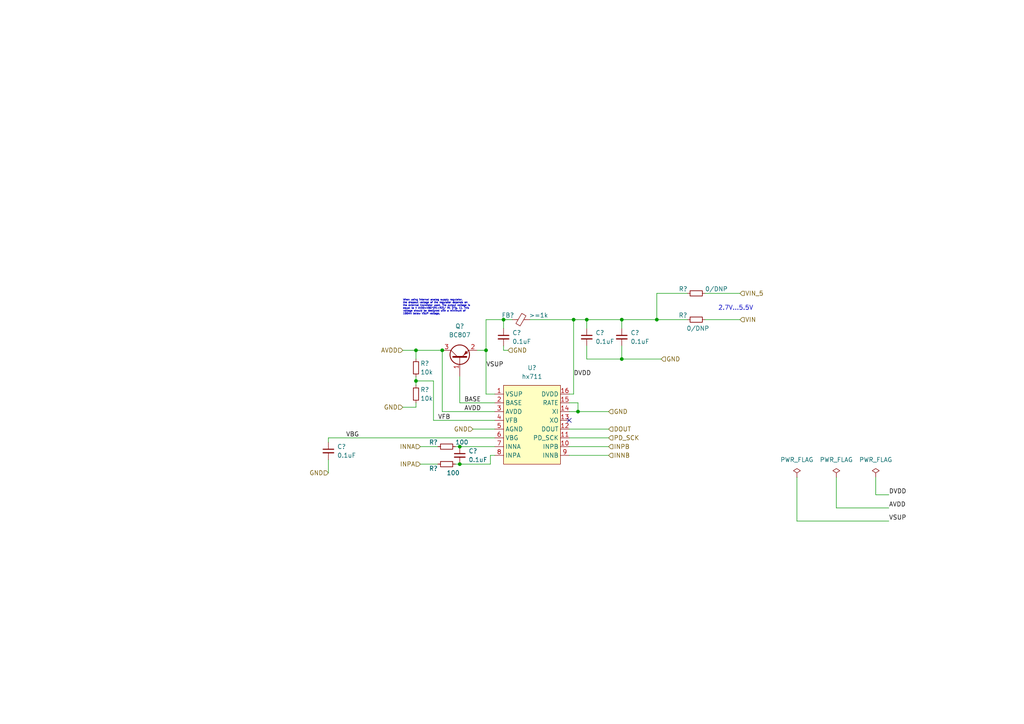
<source format=kicad_sch>
(kicad_sch (version 20211123) (generator eeschema)
  (paper "A4")
  (lib_symbols
    (symbol "Device:C_Small" (pin_numbers hide) (pin_names (offset 0.254) hide)
      (property "Reference" "C" (at 0.254 1.778 0))
      (property "Value" "C_Small" (at 0.254 -2.032 0))
      (symbol "C_Small_0_1"
        (polyline (pts (xy -1.524 -0.508) (xy 1.524 -0.508)) (stroke (width 0.3302)))
        (polyline (pts (xy -1.524 0.508) (xy 1.524 0.508)) (stroke (width 0.3048)))
      )
      (symbol "C_Small_1_1"
        (pin passive line (at 0 2.54 270) (length 2.032) (name "~") (number "1"))
        (pin passive line (at 0 -2.54 90) (length 2.032) (name "~") (number "2"))
      )
    )
    (symbol "Device:FerriteBead_Small" (pin_numbers hide) (pin_names (offset 0))
      (property "Reference" "FB" (at 1.905 1.27 0))
      (property "Value" "FerriteBead_Small" (at 1.905 -1.27 0))
      (symbol "FerriteBead_Small_0_1"
        (polyline (pts (xy 0 -1.27) (xy 0 -0.7874)))
        (polyline (pts (xy 0 0.889) (xy 0 1.2954)))
        (polyline (pts (xy -1.8288 0.2794) (xy -1.1176 1.4986) (xy 1.8288 -0.2032) (xy 1.1176 -1.4224) (xy -1.8288 0.2794)))
      )
      (symbol "FerriteBead_Small_1_1"
        (pin passive line (at 0 2.54 270) (length 1.27) (name "~") (number "1"))
        (pin passive line (at 0 -2.54 90) (length 1.27) (name "~") (number "2"))
      )
    )
    (symbol "Device:R_Small" (pin_numbers hide) (pin_names (offset 0.254) hide)
      (property "Reference" "R" (at 0.762 0.508 0))
      (property "Value" "R_Small" (at 0.762 -1.016 0))
      (symbol "R_Small_0_1"
        (rectangle (start -0.762 1.778) (end 0.762 -1.778) (stroke (width 0.2032)))
      )
      (symbol "R_Small_1_1"
        (pin passive line (at 0 2.54 270) (length 0.762) (name "~") (number "1"))
        (pin passive line (at 0 -2.54 90) (length 0.762) (name "~") (number "2"))
      )
    )
    (symbol "Transistor_BJT:BC807" (pin_names (offset 0) hide)
      (property "Reference" "Q" (at 5.08 1.905 0))
      (property "Value" "BC807" (at 5.08 0 0))
      (symbol "BC807_0_1"
        (polyline (pts (xy 0.635 0.635) (xy 2.54 2.54)))
        (polyline (pts (xy 0.635 -0.635) (xy 2.54 -2.54) (xy 2.54 -2.54)))
        (polyline (pts (xy 0.635 1.905) (xy 0.635 -1.905) (xy 0.635 -1.905)) (stroke (width 0.508)))
        (polyline (pts (xy 2.286 -1.778) (xy 1.778 -2.286) (xy 1.27 -1.27) (xy 2.286 -1.778) (xy 2.286 -1.778)) (fill (type outline)))
        (circle (center 1.27 0) (radius 2.8194) (stroke (width 0.254)))
      )
      (symbol "BC807_1_1"
        (pin input line (at -5.08 0 0) (length 5.715) (name "B") (number "1"))
        (pin passive line (at 2.54 -5.08 90) (length 2.54) (name "E") (number "2"))
        (pin passive line (at 2.54 5.08 270) (length 2.54) (name "C") (number "3"))
      )
    )
    (symbol "hx711_parts:hx711"
      (property "Reference" "U?" (at -7.62 11.43 0))
      (property "Value" "hx711" (at -5.08 -13.97 0))
      (symbol "hx711_0_1"
        (rectangle (start -8.89 10.16) (end 7.62 -12.7) (fill (type background)))
      )
      (symbol "hx711_1_1"
        (pin power_in line (at -11.43 7.62 0) (length 2.54) (name "VSUP") (number "1"))
        (pin input line (at 10.16 -7.62 180) (length 2.54) (name "INPB") (number "10"))
        (pin input line (at 10.16 -5.08 180) (length 2.54) (name "PD_SCK") (number "11"))
        (pin output line (at 10.16 -2.54 180) (length 2.54) (name "DOUT") (number "12"))
        (pin bidirectional line (at 10.16 0 180) (length 2.54) (name "XO") (number "13"))
        (pin input line (at 10.16 2.54 180) (length 2.54) (name "XI") (number "14"))
        (pin input line (at 10.16 5.08 180) (length 2.54) (name "RATE") (number "15"))
        (pin power_in line (at 10.16 7.62 180) (length 2.54) (name "DVDD") (number "16"))
        (pin output line (at -11.43 5.08 0) (length 2.54) (name "BASE") (number "2"))
        (pin power_in line (at -11.43 2.54 0) (length 2.54) (name "AVDD") (number "3"))
        (pin input line (at -11.43 0 0) (length 2.54) (name "VFB") (number "4"))
        (pin power_in line (at -11.43 -2.54 0) (length 2.54) (name "AGND") (number "5"))
        (pin output line (at -11.43 -5.08 0) (length 2.54) (name "VBG") (number "6"))
        (pin input line (at -11.43 -7.62 0) (length 2.54) (name "INNA") (number "7"))
        (pin input line (at -11.43 -10.16 0) (length 2.54) (name "INPA") (number "8"))
        (pin input line (at 10.16 -10.16 180) (length 2.54) (name "INNB") (number "9"))
      )
    )
    (symbol "power:PWR_FLAG" (power) (pin_numbers hide) (pin_names (offset 0) hide)
      (property "Value" "PWR_FLAG" (at 0 3.81 0))
      (symbol "PWR_FLAG_0_0"
        (pin power_out line (at 0 0 90) (length 0) (name "pwr") (number "1"))
      )
      (symbol "PWR_FLAG_0_1"
        (polyline (pts (xy 0 0) (xy 0 1.27) (xy -1.016 1.905) (xy 0 2.54) (xy 1.016 1.905) (xy 0 1.27)))
      )
    )
  )
  (junction (at 166.37 92.71))
  (junction (at 133.35 129.54))
  (junction (at 170.18 92.71))
  (junction (at 190.5 92.71))
  (junction (at 167.64 119.38))
  (junction (at 120.65 101.6))
  (junction (at 140.97 101.6))
  (junction (at 180.34 92.71))
  (junction (at 120.65 110.49))
  (junction (at 128.27 101.6))
  (junction (at 133.35 134.62))
  (junction (at 180.34 104.14))
  (junction (at 146.05 92.71))
  (no_connect (at 165.1 121.92))
  (wire (pts (xy 143.51 116.84) (xy 133.35 116.84)))
  (wire (pts (xy 176.53 129.54) (xy 165.1 129.54)))
  (wire (pts (xy 166.37 114.3) (xy 165.1 114.3)))
  (wire (pts (xy 132.08 129.54) (xy 133.35 129.54)))
  (wire (pts (xy 120.65 109.22) (xy 120.65 110.49)))
  (wire (pts (xy 125.73 110.49) (xy 125.73 121.92)))
  (wire (pts (xy 133.35 134.62) (xy 142.24 134.62)))
  (wire (pts (xy 254 143.51) (xy 257.81 143.51)))
  (wire (pts (xy 257.81 147.32) (xy 242.57 147.32)))
  (wire (pts (xy 190.5 92.71) (xy 199.39 92.71)))
  (wire (pts (xy 120.65 111.76) (xy 120.65 110.49)))
  (wire (pts (xy 180.34 92.71) (xy 180.34 95.25)))
  (wire (pts (xy 176.53 132.08) (xy 165.1 132.08)))
  (wire (pts (xy 242.57 147.32) (xy 242.57 138.43)))
  (wire (pts (xy 180.34 100.33) (xy 180.34 104.14)))
  (wire (pts (xy 176.53 119.38) (xy 167.64 119.38)))
  (wire (pts (xy 120.65 118.11) (xy 120.65 116.84)))
  (wire (pts (xy 121.92 134.62) (xy 127 134.62)))
  (wire (pts (xy 170.18 104.14) (xy 170.18 100.33)))
  (wire (pts (xy 199.39 85.09) (xy 190.5 85.09)))
  (wire (pts (xy 167.64 119.38) (xy 165.1 119.38)))
  (wire (pts (xy 116.84 101.6) (xy 120.65 101.6)))
  (wire (pts (xy 180.34 92.71) (xy 190.5 92.71)))
  (wire (pts (xy 231.14 151.13) (xy 257.81 151.13)))
  (wire (pts (xy 176.53 124.46) (xy 165.1 124.46)))
  (wire (pts (xy 180.34 104.14) (xy 170.18 104.14)))
  (wire (pts (xy 95.25 127) (xy 95.25 128.27)))
  (wire (pts (xy 214.63 92.71) (xy 204.47 92.71)))
  (wire (pts (xy 128.27 101.6) (xy 128.27 119.38)))
  (wire (pts (xy 153.67 92.71) (xy 166.37 92.71)))
  (wire (pts (xy 180.34 92.71) (xy 170.18 92.71)))
  (wire (pts (xy 95.25 133.35) (xy 95.25 137.16)))
  (wire (pts (xy 176.53 127) (xy 165.1 127)))
  (wire (pts (xy 128.27 119.38) (xy 143.51 119.38)))
  (wire (pts (xy 137.16 124.46) (xy 143.51 124.46)))
  (wire (pts (xy 133.35 129.54) (xy 143.51 129.54)))
  (wire (pts (xy 140.97 101.6) (xy 138.43 101.6)))
  (wire (pts (xy 204.47 85.09) (xy 214.63 85.09)))
  (wire (pts (xy 146.05 92.71) (xy 146.05 95.25)))
  (wire (pts (xy 133.35 116.84) (xy 133.35 109.22)))
  (wire (pts (xy 125.73 121.92) (xy 143.51 121.92)))
  (wire (pts (xy 140.97 92.71) (xy 140.97 101.6)))
  (wire (pts (xy 146.05 101.6) (xy 146.05 100.33)))
  (wire (pts (xy 146.05 92.71) (xy 140.97 92.71)))
  (wire (pts (xy 165.1 116.84) (xy 167.64 116.84)))
  (wire (pts (xy 142.24 132.08) (xy 143.51 132.08)))
  (wire (pts (xy 170.18 92.71) (xy 170.18 95.25)))
  (wire (pts (xy 140.97 114.3) (xy 140.97 101.6)))
  (wire (pts (xy 120.65 101.6) (xy 128.27 101.6)))
  (wire (pts (xy 140.97 114.3) (xy 143.51 114.3)))
  (wire (pts (xy 167.64 116.84) (xy 167.64 119.38)))
  (wire (pts (xy 190.5 85.09) (xy 190.5 92.71)))
  (wire (pts (xy 148.59 92.71) (xy 146.05 92.71)))
  (wire (pts (xy 116.84 118.11) (xy 120.65 118.11)))
  (wire (pts (xy 120.65 101.6) (xy 120.65 104.14)))
  (wire (pts (xy 121.92 129.54) (xy 127 129.54)))
  (wire (pts (xy 170.18 92.71) (xy 166.37 92.71)))
  (wire (pts (xy 191.77 104.14) (xy 180.34 104.14)))
  (wire (pts (xy 231.14 138.43) (xy 231.14 151.13)))
  (wire (pts (xy 120.65 110.49) (xy 125.73 110.49)))
  (wire (pts (xy 166.37 92.71) (xy 166.37 114.3)))
  (wire (pts (xy 142.24 134.62) (xy 142.24 132.08)))
  (wire (pts (xy 132.08 134.62) (xy 133.35 134.62)))
  (wire (pts (xy 95.25 127) (xy 143.51 127)))
  (wire (pts (xy 147.32 101.6) (xy 146.05 101.6)))
  (wire (pts (xy 254 138.43) (xy 254 143.51)))
  (text "2.7V...5.5V\n" (at 208.28 90.17 0) (effects (font (size 1.27 1.27)) (justify left bottom)))
  (text "When using internal analog supply regulator,\nthe dropout voltage of the regulator depends on\nthe external transistor used. The output voltage is\nequal to V AVDD=VBG*(R1+R2)/ R1 (Fig. 1). This\nvoltage should be designed with a minimum of\n100mV below VSUP voltage.\n" (at 116.84 91.44 0) (effects (font (size 0.5 0.5)) (justify left bottom)))
  (label "AVDD" (at 257.81 147.32 0))
  (label "VFB" (at 127 121.92 0))
  (label "BASE" (at 134.62 116.84 0))
  (label "VBG" (at 100.33 127 0))
  (label "VSUP" (at 257.81 151.13 0))
  (label "AVDD" (at 134.62 119.38 0))
  (label "VSUP" (at 140.97 106.68 0))
  (label "DVDD" (at 166.37 109.22 0))
  (label "DVDD" (at 257.81 143.51 0))
  (hierarchical_label "GND" (shape input) (at 95.25 137.16 180))
  (hierarchical_label "DOUT" (shape input) (at 176.53 124.46 0))
  (hierarchical_label "GND" (shape input) (at 116.84 118.11 180))
  (hierarchical_label "GND" (shape input) (at 137.16 124.46 180))
  (hierarchical_label "GND" (shape input) (at 147.32 101.6 0))
  (hierarchical_label "INPA" (shape input) (at 121.92 134.62 180))
  (hierarchical_label "VIN" (shape input) (at 214.63 92.71 0))
  (hierarchical_label "INPB" (shape input) (at 176.53 129.54 0))
  (hierarchical_label "GND" (shape input) (at 191.77 104.14 0))
  (hierarchical_label "GND" (shape input) (at 176.53 119.38 0))
  (hierarchical_label "INNA" (shape input) (at 121.92 129.54 180))
  (hierarchical_label "AVDD" (shape input) (at 116.84 101.6 180))
  (hierarchical_label "PD_SCK" (shape input) (at 176.53 127 0))
  (hierarchical_label "INNB" (shape input) (at 176.53 132.08 0))
  (hierarchical_label "VIN_5" (shape input) (at 214.63 85.09 0))
  (symbol (lib_id "Device:C_Small") (at 95.25 130.81 0) (unit 1)
    (property "Reference" "C?" (at 97.79 129.5462 0) (effects (justify left)))
    (property "Value" "0.1uF" (at 97.79 132.0862 0) (effects (justify left)))
    (property "Footprint" "Capacitor_SMD:C_0603_1608Metric" (effects hide))
  )
  (symbol (lib_id "Device:C_Small") (at 133.35 132.08 0) (unit 1)
    (property "Reference" "C?" (at 135.89 130.8162 0) (effects (justify left)))
    (property "Value" "0.1uF" (at 135.89 133.3562 0) (effects (justify left)))
    (property "Footprint" "Capacitor_SMD:C_0402_1005Metric_Pad0.74x0.62mm_HandSolder" (effects hide))
  )
  (symbol (lib_id "Device:R_Small") (at 120.65 106.68 0) (unit 1)
    (property "Reference" "R?" (at 121.92 105.41 0) (effects (justify left)))
    (property "Value" "10k" (at 121.92 107.95 0) (effects (justify left)))
    (property "Footprint" "Resistor_SMD:R_0603_1608Metric" (effects hide))
  )
  (symbol (lib_id "Device:C_Small") (at 180.34 97.79 0) (unit 1)
    (property "Reference" "C?" (at 182.88 96.5262 0) (effects (justify left)))
    (property "Value" "0.1uF" (at 182.88 99.0662 0) (effects (justify left)))
    (property "Footprint" "Capacitor_SMD:C_0603_1608Metric" (effects hide))
  )
  (symbol (lib_id "power:PWR_FLAG") (at 231.14 138.43 0) (unit 1)
    (property "Reference" "#FLG?" (effects hide))
    (property "Value" "PWR_FLAG" (at 231.14 133.35 0))
  )
  (symbol (lib_id "Device:FerriteBead_Small") (at 151.13 92.71 90) (unit 1)
    (property "Reference" "FB?" (at 147.32 91.44 90))
    (property "Value" ">=1k" (at 156.21 91.44 90))
    (property "Footprint" "Inductor_SMD:L_0603_1608Metric" (effects hide))
  )
  (symbol (lib_id "Device:R_Small") (at 201.93 85.09 270) (unit 1)
    (property "Reference" "R?" (at 196.85 83.82 90) (effects (justify left)))
    (property "Value" "0/DNP" (at 204.47 83.82 90) (effects (justify left)))
    (property "Footprint" "Resistor_SMD:R_0402_1005Metric" (effects hide))
  )
  (symbol (lib_id "power:PWR_FLAG") (at 242.57 138.43 0) (unit 1)
    (property "Reference" "#FLG?" (effects hide))
    (property "Value" "PWR_FLAG" (at 242.57 133.35 0))
  )
  (symbol (lib_id "Device:R_Small") (at 129.54 129.54 90) (unit 1)
    (property "Reference" "R?" (at 127 128.27 90) (effects (justify left)))
    (property "Value" "100" (at 135.89 128.27 90) (effects (justify left)))
    (property "Footprint" "Resistor_SMD:R_0402_1005Metric" (effects hide))
  )
  (symbol (lib_id "hx711_parts:hx711") (at 154.94 121.92 0) (unit 1)
    (property "Reference" "U?" (at 154.305 106.68 0))
    (property "Value" "hx711" (at 154.305 109.22 0))
    (property "Footprint" "hx711_fp:SOP-16_3.9x9.9mm_P1.27mm" (effects hide))
  )
  (symbol (lib_id "Device:R_Small") (at 129.54 134.62 90) (unit 1)
    (property "Reference" "R?" (at 127 135.89 90) (effects (justify left)))
    (property "Value" "100" (at 133.35 137.16 90) (effects (justify left)))
    (property "Footprint" "Resistor_SMD:R_0402_1005Metric" (effects hide))
  )
  (symbol (lib_id "Device:R_Small") (at 120.65 114.3 0) (unit 1)
    (property "Reference" "R?" (at 121.92 113.03 0) (effects (justify left)))
    (property "Value" "10k" (at 121.92 115.57 0) (effects (justify left)))
    (property "Footprint" "Resistor_SMD:R_0603_1608Metric" (effects hide))
  )
  (symbol (lib_id "Transistor_BJT:BC807") (at 133.35 104.14 90) (unit 1)
    (property "Reference" "Q?" (at 133.35 94.615 90))
    (property "Value" "BC807" (at 133.35 97.155 90))
    (property "Footprint" "Package_TO_SOT_SMD:SOT-23" (effects hide))
    (property "Datasheet" "https://www.onsemi.com/pub/Collateral/BC808-D.pdf" (effects hide))
  )
  (symbol (lib_id "power:PWR_FLAG") (at 254 138.43 0) (unit 1)
    (property "Reference" "#FLG?" (effects hide))
    (property "Value" "PWR_FLAG" (at 254 133.35 0))
  )
  (symbol (lib_id "Device:C_Small") (at 170.18 97.79 0) (unit 1)
    (property "Reference" "C?" (at 172.72 96.5262 0) (effects (justify left)))
    (property "Value" "0.1uF" (at 172.72 99.0662 0) (effects (justify left)))
    (property "Footprint" "Capacitor_SMD:C_0603_1608Metric" (effects hide))
  )
  (symbol (lib_id "Device:R_Small") (at 201.93 92.71 90) (unit 1)
    (property "Reference" "R?" (at 199.39 91.44 90) (effects (justify left)))
    (property "Value" "0/DNP" (at 205.74 95.25 90) (effects (justify left)))
    (property "Footprint" "Resistor_SMD:R_0402_1005Metric" (effects hide))
  )
  (symbol (lib_id "Device:C_Small") (at 146.05 97.79 0) (unit 1)
    (property "Reference" "C?" (at 148.59 96.5262 0) (effects (justify left)))
    (property "Value" "0.1uF" (at 148.59 99.0662 0) (effects (justify left)))
    (property "Footprint" "Capacitor_SMD:C_0603_1608Metric" (effects hide))
  )
)
</source>
